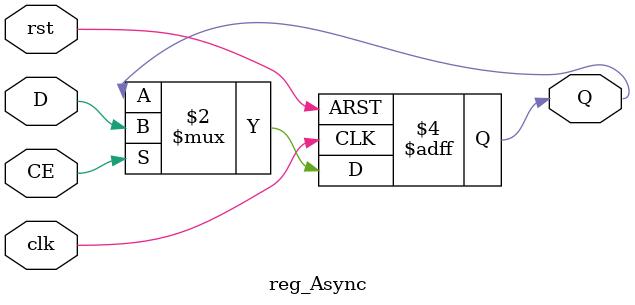
<source format=v>
module reg_Async(clk, rst, CE, D, Q);
	parameter WIDTH = 1;
	input clk, rst, CE;
	input [WIDTH-1:0] D;
	output reg [WIDTH-1:0] Q;

	always @(posedge clk or posedge rst) begin
		if(rst) Q <= 0;
		else if(CE) Q <= D;
	end
endmodule
</source>
